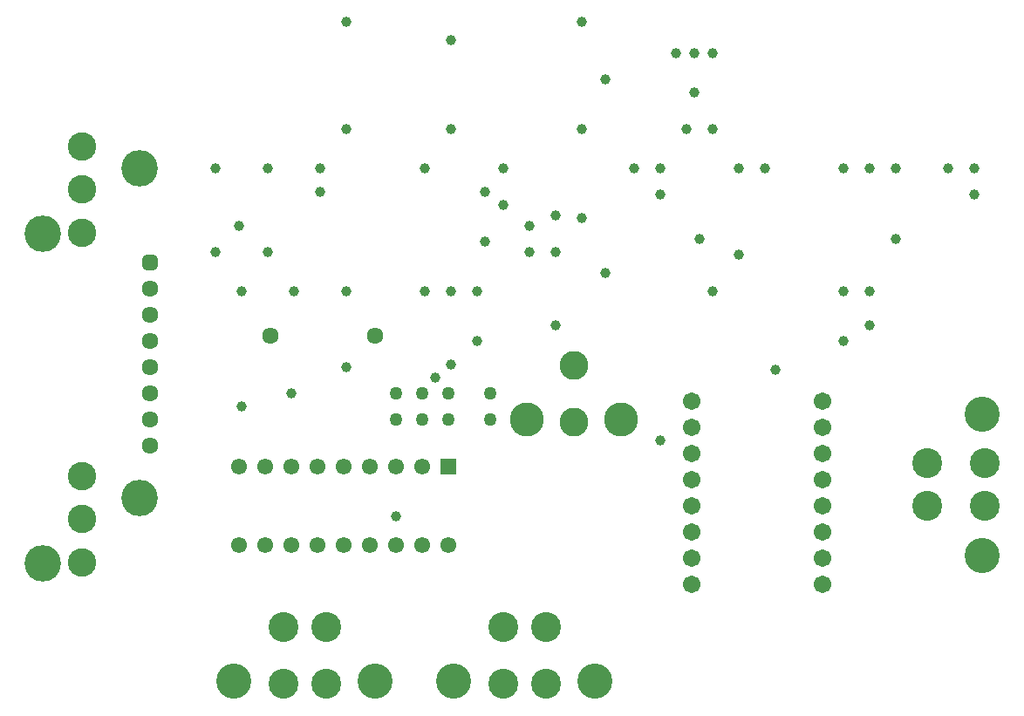
<source format=gbs>
G04 Generated by Ultiboard 12.0 *
%FSLAX25Y25*%
%MOIN*%

%ADD10C,0.00001*%
%ADD11C,0.10849*%
%ADD12C,0.13937*%
%ADD13C,0.11400*%
%ADD14C,0.13400*%
%ADD15C,0.03937*%
%ADD16C,0.05000*%
%ADD17C,0.06334*%
%ADD18R,0.02083X0.02083*%
%ADD19C,0.03917*%
%ADD20C,0.06102*%
%ADD21R,0.06102X0.06102*%
%ADD22C,0.06737*%
%ADD23C,0.11000*%
%ADD24C,0.13000*%


G04 ColorRGB 9900CC for the following layer *
%LNSolder Mask Bottom*%
%LPD*%
G54D10*
G54D11*
X24000Y76000D03*
X24000Y92535D03*
X24000Y59465D03*
X24000Y202000D03*
X24000Y218535D03*
X24000Y185465D03*
G54D12*
X46000Y84000D03*
X9000Y59000D03*
X46000Y210000D03*
X9000Y185000D03*
G54D13*
X347100Y97500D03*
X347100Y81000D03*
X368900Y81000D03*
X368900Y97500D03*
X117500Y34900D03*
X101000Y34900D03*
X101000Y13100D03*
X117500Y13100D03*
X201500Y34900D03*
X185000Y34900D03*
X185000Y13100D03*
X201500Y13100D03*
G54D14*
X368000Y116000D03*
X368000Y62000D03*
X136000Y14000D03*
X82000Y14000D03*
X220000Y14000D03*
X166000Y14000D03*
G54D15*
X75000Y210000D03*
X155000Y210000D03*
X235000Y210000D03*
X315000Y210000D03*
X95000Y210000D03*
X115000Y210000D03*
X125000Y163000D03*
X105000Y163000D03*
X85000Y163000D03*
X125000Y134000D03*
X104000Y124000D03*
X85000Y119000D03*
X144000Y77000D03*
X165000Y135000D03*
X159000Y130000D03*
X155000Y163000D03*
X185000Y210000D03*
X185000Y196000D03*
X205000Y192000D03*
X205000Y178000D03*
X125000Y225000D03*
X215000Y225000D03*
X165000Y163000D03*
X195000Y178000D03*
X195000Y188000D03*
X75000Y178000D03*
X84000Y188000D03*
X95000Y178000D03*
X115000Y201000D03*
X178000Y201000D03*
X178000Y182000D03*
X165000Y225000D03*
X245000Y210000D03*
X245000Y200000D03*
X275000Y210000D03*
X285000Y210000D03*
X325000Y210000D03*
X335000Y210000D03*
X355000Y210000D03*
X365000Y210000D03*
X315000Y163000D03*
X325000Y163000D03*
X265000Y163000D03*
X175000Y163000D03*
X224000Y170000D03*
X335000Y183000D03*
X265000Y225000D03*
X255000Y225000D03*
X258000Y239000D03*
X251000Y254000D03*
X258000Y254000D03*
X265000Y254000D03*
X125000Y266000D03*
X215000Y266000D03*
X165000Y259000D03*
X224000Y244000D03*
X215000Y191000D03*
X260000Y183000D03*
X365000Y200000D03*
X275000Y177000D03*
X315000Y144000D03*
X175000Y144000D03*
X325000Y150000D03*
X205000Y150000D03*
X245000Y106000D03*
X289000Y133000D03*
G54D16*
X144000Y114000D03*
X144000Y124000D03*
X154000Y114000D03*
X154000Y124000D03*
X164000Y114000D03*
X164000Y124000D03*
X180000Y124000D03*
X180000Y114000D03*
G54D17*
X50000Y164000D03*
X50000Y154000D03*
X50000Y144000D03*
X50000Y134000D03*
X50000Y124000D03*
X50000Y114000D03*
X50000Y104000D03*
X96000Y146000D03*
X136000Y146000D03*
G54D18*
X50000Y174000D03*
G54D19*
X48959Y172959D02*
X51041Y172959D01*
X51041Y175041D01*
X48959Y175041D01*
X48959Y172959D01*D02*
G54D20*
X84000Y96000D03*
X144000Y96000D03*
X154000Y96000D03*
X84000Y66000D03*
X144000Y66000D03*
X154000Y66000D03*
X164000Y66000D03*
X94000Y66000D03*
X104000Y66000D03*
X114000Y66000D03*
X124000Y66000D03*
X134000Y66000D03*
X94000Y96000D03*
X104000Y96000D03*
X114000Y96000D03*
X124000Y96000D03*
X134000Y96000D03*
G54D21*
X164000Y96000D03*
G54D22*
X257000Y121000D03*
X257000Y111000D03*
X257000Y101000D03*
X257000Y91000D03*
X257000Y81000D03*
X257000Y71000D03*
X257000Y61000D03*
X257000Y51000D03*
X307000Y121000D03*
X307000Y111000D03*
X307000Y101000D03*
X307000Y91000D03*
X307000Y81000D03*
X307000Y71000D03*
X307000Y61000D03*
X307000Y51000D03*
G54D23*
X212000Y134850D03*
X212000Y113150D03*
G54D24*
X194000Y114000D03*
X230000Y114000D03*

M00*

</source>
